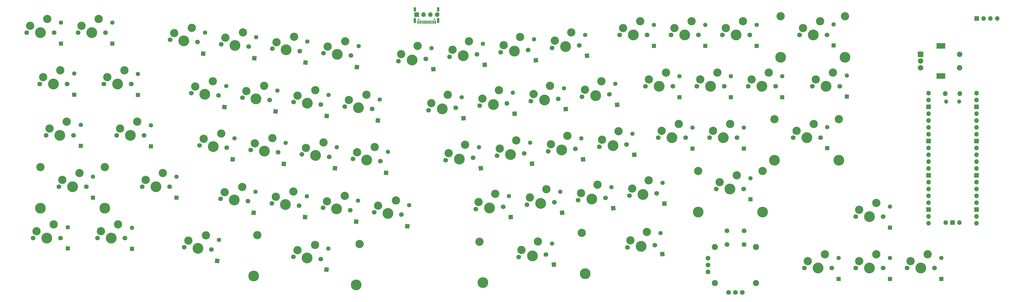
<source format=gbr>
%TF.GenerationSoftware,KiCad,Pcbnew,7.0.6*%
%TF.CreationDate,2023-09-01T00:55:25-07:00*%
%TF.ProjectId,alicida,616c6963-6964-4612-9e6b-696361645f70,rev?*%
%TF.SameCoordinates,Original*%
%TF.FileFunction,Soldermask,Top*%
%TF.FilePolarity,Negative*%
%FSLAX46Y46*%
G04 Gerber Fmt 4.6, Leading zero omitted, Abs format (unit mm)*
G04 Created by KiCad (PCBNEW 7.0.6) date 2023-09-01 00:55:25*
%MOMM*%
%LPD*%
G01*
G04 APERTURE LIST*
G04 Aperture macros list*
%AMRotRect*
0 Rectangle, with rotation*
0 The origin of the aperture is its center*
0 $1 length*
0 $2 width*
0 $3 Rotation angle, in degrees counterclockwise*
0 Add horizontal line*
21,1,$1,$2,0,0,$3*%
G04 Aperture macros list end*
%ADD10C,3.048000*%
%ADD11C,3.987800*%
%ADD12C,1.750000*%
%ADD13C,3.050000*%
%ADD14C,4.000000*%
%ADD15RotRect,1.600000X1.600000X275.000000*%
%ADD16C,1.600000*%
%ADD17RotRect,1.600000X1.600000X265.000000*%
%ADD18R,1.600000X1.600000*%
%ADD19R,1.700000X1.700000*%
%ADD20O,1.700000X1.700000*%
%ADD21C,1.778000*%
%ADD22C,2.286000*%
%ADD23C,0.600000*%
%ADD24R,0.600000X1.160000*%
%ADD25R,0.300000X1.160000*%
%ADD26O,0.900000X2.000000*%
%ADD27O,0.900000X1.700000*%
%ADD28R,2.000000X2.000000*%
%ADD29C,2.000000*%
%ADD30R,3.200000X2.000000*%
%ADD31O,1.800000X1.800000*%
%ADD32O,1.500000X1.500000*%
%ADD33RotRect,1.600000X1.600000X95.000000*%
%ADD34RotRect,1.600000X1.600000X85.000000*%
G04 APERTURE END LIST*
D10*
%TO.C,REF\u002A\u002A*%
X125647141Y-189268548D03*
D11*
X124321502Y-204420669D03*
D10*
X163602159Y-192589182D03*
D11*
X162276520Y-207741303D03*
%TD*%
D12*
%TO.C,K_DOT*%
X263613879Y-174683002D03*
D13*
X264657671Y-172041980D03*
D14*
X268674548Y-174240251D03*
D13*
X270762131Y-168958206D03*
D12*
X273735217Y-173797500D03*
D15*
X276600352Y-177632380D03*
D16*
X275920537Y-169862061D03*
%TD*%
D12*
%TO.C,K_I*%
X227082604Y-139633539D03*
D13*
X228126396Y-136992517D03*
D14*
X232143273Y-139190788D03*
D13*
X234230856Y-133908743D03*
D12*
X237203942Y-138748037D03*
D15*
X240069077Y-142582917D03*
D16*
X239389262Y-134812598D03*
%TD*%
D12*
%TO.C,K_S*%
X104223869Y-156014847D03*
D13*
X105710412Y-153595200D03*
D14*
X109284538Y-156457598D03*
D13*
X112257624Y-151618304D03*
D12*
X114345207Y-156900349D03*
D17*
X116500894Y-161174494D03*
D16*
X117180709Y-153404175D03*
%TD*%
D12*
%TO.C,REF\u002A\u002A*%
X222578167Y-197406018D03*
D13*
X223621959Y-194764996D03*
D14*
X227638836Y-196963267D03*
D13*
X229726419Y-191681222D03*
D12*
X232699505Y-196520516D03*
%TD*%
%TO.C,K_`*%
X40145925Y-114223103D03*
D13*
X41415925Y-111683103D03*
D14*
X45225925Y-114223103D03*
D13*
X47765925Y-109143103D03*
D12*
X50305925Y-114223103D03*
D18*
X52825925Y-118293103D03*
D16*
X52825925Y-110493103D03*
%TD*%
D12*
%TO.C,K_CBRAC*%
X288609125Y-134102709D03*
D13*
X289879125Y-131562709D03*
D14*
X293689125Y-134102709D03*
D13*
X296229125Y-129022709D03*
D12*
X298769125Y-134102709D03*
D18*
X301289125Y-138172709D03*
D16*
X301289125Y-130372709D03*
%TD*%
D12*
%TO.C,K_V*%
X150007324Y-179143148D03*
D13*
X151493867Y-176723501D03*
D14*
X155067993Y-179585899D03*
D13*
X158041079Y-174746605D03*
D12*
X160128662Y-180028650D03*
D17*
X162284349Y-184302795D03*
D16*
X162964164Y-176532476D03*
%TD*%
D12*
%TO.C,K_UP*%
X347541625Y-182412709D03*
D13*
X348811625Y-179872709D03*
D14*
X352621625Y-182412709D03*
D13*
X355161625Y-177332709D03*
D12*
X357701625Y-182412709D03*
D18*
X360221625Y-186482709D03*
D16*
X360221625Y-178682709D03*
%TD*%
D12*
%TO.C,K_Z*%
X83008425Y-171373103D03*
D13*
X84278425Y-168833103D03*
D14*
X88088425Y-171373103D03*
D13*
X90628425Y-166293103D03*
D12*
X93168425Y-171373103D03*
D18*
X95688425Y-175443103D03*
D16*
X95688425Y-167643103D03*
%TD*%
D12*
%TO.C,K_H*%
X195532279Y-161516602D03*
D13*
X196576071Y-158875580D03*
D14*
X200592948Y-161073851D03*
D13*
X202680531Y-155791806D03*
D12*
X205653617Y-160631100D03*
D15*
X208518752Y-164465980D03*
D16*
X207838937Y-156695661D03*
%TD*%
D12*
%TO.C,K_9*%
X234911042Y-119825871D03*
D13*
X235954834Y-117184849D03*
D14*
X239971711Y-119383120D03*
D13*
X242059294Y-114101075D03*
D12*
X245032380Y-118940369D03*
D15*
X247897515Y-122775249D03*
D16*
X247217700Y-115004930D03*
%TD*%
D12*
%TO.C,K_DOWN*%
X347541625Y-201462709D03*
D13*
X348811625Y-198922709D03*
D14*
X352621625Y-201462709D03*
D13*
X355161625Y-196382709D03*
D12*
X357701625Y-201462709D03*
D18*
X360221625Y-205532709D03*
D16*
X360221625Y-197732709D03*
%TD*%
D12*
%TO.C,K_L*%
X252464807Y-156535651D03*
D13*
X253508599Y-153894629D03*
D14*
X257525476Y-156092900D03*
D13*
X259613059Y-150810855D03*
D12*
X262586145Y-155650149D03*
D15*
X265451280Y-159485029D03*
D16*
X264771465Y-151714710D03*
%TD*%
D12*
%TO.C,K_Y*%
X189127586Y-142954172D03*
D13*
X190171378Y-140313150D03*
D14*
X194188255Y-142511421D03*
D13*
X196275838Y-137229376D03*
D12*
X199248924Y-142068670D03*
D15*
X202114059Y-145903550D03*
D16*
X201434244Y-138133231D03*
%TD*%
D12*
%TO.C,K_WIN*%
X66359675Y-190423103D03*
D13*
X67629675Y-187883103D03*
D14*
X71439675Y-190423103D03*
D13*
X73979675Y-185343103D03*
D12*
X76519675Y-190423103D03*
%TD*%
%TO.C,K_0*%
X260034125Y-115052709D03*
D13*
X261304125Y-112512709D03*
D14*
X265114125Y-115052709D03*
D13*
X267654125Y-109972709D03*
D12*
X270194125Y-115052709D03*
D18*
X272714125Y-119122709D03*
D16*
X272714125Y-111322709D03*
%TD*%
D10*
%TO.C,REF\u002A\u002A*%
X45187425Y-164083103D03*
D11*
X45187425Y-179293103D03*
D10*
X69063425Y-164083103D03*
D11*
X69063425Y-179293103D03*
%TD*%
D12*
%TO.C,K_LEFT*%
X328491625Y-201462709D03*
D13*
X329761625Y-198922709D03*
D14*
X333571625Y-201462709D03*
D13*
X336111625Y-196382709D03*
D12*
X338651625Y-201462709D03*
D18*
X341171625Y-205532709D03*
D16*
X341171625Y-197732709D03*
%TD*%
D12*
%TO.C,K_1*%
X59195925Y-114223103D03*
D13*
X60465925Y-111683103D03*
D14*
X64275925Y-114223103D03*
D13*
X66815925Y-109143103D03*
D12*
X69355925Y-114223103D03*
D18*
X71875925Y-118293103D03*
D16*
X71875925Y-110493103D03*
%TD*%
D12*
%TO.C,K_F*%
X142178887Y-159335481D03*
D13*
X143665430Y-156915834D03*
D14*
X147239556Y-159778232D03*
D13*
X150212642Y-154938938D03*
D12*
X152300225Y-160220983D03*
D17*
X154455912Y-164495128D03*
D16*
X155135727Y-156724809D03*
%TD*%
D12*
%TO.C,K_D*%
X123201378Y-157675164D03*
D13*
X124687921Y-155255517D03*
D14*
X128262047Y-158117915D03*
D13*
X131235133Y-153278621D03*
D12*
X133322716Y-158560666D03*
D17*
X135478403Y-162834811D03*
D16*
X136158218Y-155064492D03*
%TD*%
D10*
%TO.C,REF\u002A\u002A*%
X317395625Y-146302709D03*
D11*
X317395625Y-161512709D03*
D10*
X341271625Y-146302709D03*
D11*
X341271625Y-161512709D03*
%TD*%
D12*
%TO.C,K_CAPS*%
X47309675Y-152323103D03*
D13*
X48579675Y-149783103D03*
D14*
X52389675Y-152323103D03*
D13*
X54929675Y-147243103D03*
D12*
X57469675Y-152323103D03*
%TD*%
%TO.C,K_G*%
X161156396Y-160995797D03*
D13*
X162642939Y-158576150D03*
D14*
X166217065Y-161438548D03*
D13*
X169190151Y-156599254D03*
D12*
X171277734Y-161881299D03*
D17*
X173433421Y-166155444D03*
D16*
X174113236Y-158385125D03*
%TD*%
D12*
%TO.C,K_U*%
X208105095Y-141293856D03*
D13*
X209148887Y-138652834D03*
D14*
X213165764Y-140851105D03*
D13*
X215253347Y-135569060D03*
D12*
X218226433Y-140408354D03*
D15*
X221091568Y-144243234D03*
D16*
X220411753Y-136472915D03*
%TD*%
D12*
%TO.C,K_A*%
X73483425Y-152323103D03*
D13*
X74753425Y-149783103D03*
D14*
X78563425Y-152323103D03*
D13*
X81103425Y-147243103D03*
D12*
X83643425Y-152323103D03*
D18*
X86163425Y-156393103D03*
D16*
X86163425Y-148593103D03*
%TD*%
D19*
%TO.C,REF\u002A\u002A*%
X184767347Y-107533966D03*
D20*
X187307347Y-107533966D03*
X189847347Y-107533966D03*
X192387347Y-107533966D03*
%TD*%
D12*
%TO.C,K_MINUS*%
X279084125Y-115052709D03*
D13*
X280354125Y-112512709D03*
D14*
X284164125Y-115052709D03*
D13*
X286704125Y-109972709D03*
D12*
X289244125Y-115052709D03*
D18*
X291764125Y-119122709D03*
D16*
X291764125Y-111322709D03*
%TD*%
D12*
%TO.C,REF\u002A\u002A*%
X139039935Y-197336508D03*
D13*
X140526478Y-194916861D03*
D14*
X144100604Y-197779259D03*
D13*
X147073690Y-192939966D03*
D12*
X149161273Y-198222010D03*
%TD*%
D21*
%TO.C,REF\u002A\u002A*%
X299796625Y-187682709D03*
X306146625Y-187682709D03*
X299796625Y-192762709D03*
X306146625Y-192762709D03*
X300431625Y-210542709D03*
X302971625Y-210542709D03*
X305511625Y-210542709D03*
D22*
X295351625Y-193715209D03*
X295351625Y-207050209D03*
X310591625Y-207050209D03*
X310591625Y-193715209D03*
D21*
X292811625Y-197842709D03*
X292811625Y-200382709D03*
X292811625Y-202922709D03*
%TD*%
D12*
%TO.C,K_P*%
X269559125Y-134102709D03*
D13*
X270829125Y-131562709D03*
D14*
X274639125Y-134102709D03*
D13*
X277179125Y-129022709D03*
D12*
X279719125Y-134102709D03*
D18*
X282239125Y-138172709D03*
D16*
X282239125Y-130372709D03*
%TD*%
D10*
%TO.C,REF\u002A\u002A*%
X289105625Y-165502709D03*
D11*
X289105625Y-180712709D03*
D10*
X312981625Y-165502709D03*
D11*
X312981625Y-180712709D03*
%TD*%
D10*
%TO.C,REF\u002A\u002A*%
X319743625Y-108107709D03*
D11*
X319743625Y-123317709D03*
D10*
X343619625Y-108107709D03*
D11*
X343619625Y-123317709D03*
%TD*%
D12*
%TO.C,K_SHIFT*%
X52072175Y-171373103D03*
D13*
X53342175Y-168833103D03*
D14*
X57152175Y-171373103D03*
D13*
X59692175Y-166293103D03*
D12*
X62232175Y-171373103D03*
%TD*%
%TO.C,K_ALT1*%
X262921931Y-193866307D03*
D13*
X263965723Y-191225285D03*
D14*
X267982600Y-193423556D03*
D13*
X270070183Y-188141511D03*
D12*
X273043269Y-192980805D03*
%TD*%
%TO.C,K_W*%
X101139809Y-136622259D03*
D13*
X102626352Y-134202612D03*
D14*
X106200478Y-137065010D03*
D13*
X109173564Y-132225716D03*
D12*
X111261147Y-137507761D03*
D17*
X113416834Y-141781906D03*
D16*
X114096649Y-134011587D03*
%TD*%
D12*
%TO.C,K_2*%
X93311371Y-116814592D03*
D13*
X94797914Y-114394945D03*
D14*
X98372040Y-117257343D03*
D13*
X101345126Y-112418049D03*
D12*
X103432709Y-117700094D03*
D17*
X105588396Y-121974239D03*
D16*
X106268211Y-114203920D03*
%TD*%
D12*
%TO.C,K_SHIFT1*%
X295849625Y-172192709D03*
D13*
X297119625Y-169652709D03*
D14*
X300929625Y-172192709D03*
D13*
X303469625Y-167112709D03*
D12*
X306009625Y-172192709D03*
%TD*%
D10*
%TO.C,REF\u002A\u002A*%
X207987852Y-191786263D03*
D11*
X209313491Y-206938384D03*
D10*
X245942870Y-188465629D03*
D11*
X247268509Y-203617750D03*
%TD*%
D12*
%TO.C,K_B*%
X168984833Y-180803465D03*
D13*
X170471376Y-178383818D03*
D14*
X174045502Y-181246216D03*
D13*
X177018588Y-176406922D03*
D12*
X179106171Y-181688967D03*
D17*
X181261858Y-185963112D03*
D16*
X181941673Y-178192793D03*
%TD*%
D12*
%TO.C,K_3*%
X112288881Y-118474908D03*
D13*
X113775424Y-116055261D03*
D14*
X117349550Y-118917659D03*
D13*
X120322636Y-114078365D03*
D12*
X122410219Y-119360410D03*
D17*
X124565906Y-123634555D03*
D16*
X125245721Y-115864236D03*
%TD*%
D12*
%TO.C,K_M*%
X225658860Y-178003636D03*
D13*
X226702652Y-175362614D03*
D14*
X230719529Y-177560885D03*
D13*
X232807112Y-172278840D03*
D12*
X235780198Y-177118134D03*
D15*
X238645333Y-180953014D03*
D16*
X237965518Y-173182695D03*
%TD*%
D12*
%TO.C,K_8*%
X215933533Y-121486188D03*
D13*
X216977325Y-118845166D03*
D14*
X220994202Y-121043437D03*
D13*
X223081785Y-115761392D03*
D12*
X226054871Y-120600686D03*
D15*
X228920006Y-124435566D03*
D16*
X228240191Y-116665247D03*
%TD*%
D12*
%TO.C,K_SEMIC*%
X274321625Y-153152709D03*
D13*
X275591625Y-150612709D03*
D14*
X279401625Y-153152709D03*
D13*
X281941625Y-148072709D03*
D12*
X284481625Y-153152709D03*
D18*
X287001625Y-157222709D03*
D16*
X287001625Y-149422709D03*
%TD*%
D23*
%TO.C,REF\u002A\u002A*%
X191309270Y-109265360D03*
X185529270Y-109265360D03*
D24*
X191619270Y-110325360D03*
X190819270Y-110325360D03*
D25*
X189669270Y-110325360D03*
X188669270Y-110325360D03*
X188169270Y-110325360D03*
X187169270Y-110325360D03*
D24*
X186019270Y-110325360D03*
X185219270Y-110325360D03*
X185219270Y-110325360D03*
X186019270Y-110325360D03*
D25*
X186669270Y-110325360D03*
X187669270Y-110325360D03*
X189169270Y-110325360D03*
X190169270Y-110325360D03*
D24*
X190819270Y-110325360D03*
X191619270Y-110325360D03*
D26*
X192739270Y-109745360D03*
D27*
X192739270Y-105575360D03*
D26*
X184099270Y-109745360D03*
D27*
X184099270Y-105575360D03*
%TD*%
D12*
%TO.C,K_COMMA*%
X244636370Y-176343319D03*
D13*
X245680162Y-173702297D03*
D14*
X249697039Y-175900568D03*
D13*
X251784622Y-170618523D03*
D12*
X254757708Y-175457817D03*
D15*
X257622843Y-179292697D03*
D16*
X256943028Y-171522378D03*
%TD*%
D12*
%TO.C,K_O*%
X246060113Y-137973222D03*
D13*
X247103905Y-135332200D03*
D14*
X251120782Y-137530471D03*
D13*
X253208365Y-132248426D03*
D12*
X256181451Y-137087720D03*
D15*
X259046586Y-140922600D03*
D16*
X258366771Y-133152281D03*
%TD*%
D12*
%TO.C,K_7*%
X196956023Y-123146505D03*
D13*
X197999815Y-120505483D03*
D14*
X202016692Y-122703754D03*
D13*
X204104275Y-117421709D03*
D12*
X207077361Y-122261003D03*
D15*
X209942496Y-126095883D03*
D16*
X209262681Y-118325564D03*
%TD*%
D19*
%TO.C,REF\u002A\u002A*%
X392443344Y-108936160D03*
D20*
X394983344Y-108936160D03*
X397523344Y-108936160D03*
X400063344Y-108936160D03*
%TD*%
D12*
%TO.C,K_K*%
X233487297Y-158195968D03*
D13*
X234531089Y-155554946D03*
D14*
X238547966Y-157753217D03*
D13*
X240635549Y-152471172D03*
D12*
X243608635Y-157310466D03*
D15*
X246473770Y-161145346D03*
D16*
X245793955Y-153375027D03*
%TD*%
D12*
%TO.C,K_E*%
X120117317Y-138282575D03*
D13*
X121603860Y-135862928D03*
D14*
X125177986Y-138725326D03*
D13*
X128151072Y-133886032D03*
D12*
X130238655Y-139168077D03*
D17*
X132394342Y-143442222D03*
D16*
X133074157Y-135671903D03*
%TD*%
D12*
%TO.C,K_BACKSPACE*%
X326729125Y-115052709D03*
D13*
X327999125Y-112512709D03*
D14*
X331809125Y-115052709D03*
D13*
X334349125Y-109972709D03*
D12*
X336889125Y-115052709D03*
%TD*%
%TO.C,K_BSLSH*%
X331491625Y-134102709D03*
D13*
X332761625Y-131562709D03*
D14*
X336571625Y-134102709D03*
D13*
X339111625Y-129022709D03*
D12*
X341651625Y-134102709D03*
%TD*%
%TO.C,K_OBRAC*%
X307659125Y-134102709D03*
D13*
X308929125Y-131562709D03*
D14*
X312739125Y-134102709D03*
D13*
X315279125Y-129022709D03*
D12*
X317819125Y-134102709D03*
D18*
X320339125Y-138172709D03*
D16*
X320339125Y-130372709D03*
%TD*%
D12*
%TO.C,K_J*%
X214509789Y-159856284D03*
D13*
X215553581Y-157215262D03*
D14*
X219570458Y-159413533D03*
D13*
X221658041Y-154131488D03*
D12*
X224631127Y-158970782D03*
D15*
X227496262Y-162805662D03*
D16*
X226816447Y-155035343D03*
%TD*%
D12*
%TO.C,K_5*%
X150243899Y-121795542D03*
D13*
X151730442Y-119375895D03*
D14*
X155304568Y-122238293D03*
D13*
X158277654Y-117398999D03*
D12*
X160365237Y-122681044D03*
D17*
X162520924Y-126955189D03*
D16*
X163200739Y-119184870D03*
%TD*%
D12*
%TO.C,K_R*%
X139094826Y-139942892D03*
D13*
X140581369Y-137523245D03*
D14*
X144155495Y-140385643D03*
D13*
X147128581Y-135546349D03*
D12*
X149216164Y-140828394D03*
D17*
X151371851Y-145102539D03*
D16*
X152051666Y-137332220D03*
%TD*%
D12*
%TO.C,K_CTRL*%
X42547175Y-190423103D03*
D13*
X43817175Y-187883103D03*
D14*
X47627175Y-190423103D03*
D13*
X50167175Y-185343103D03*
D12*
X52707175Y-190423103D03*
%TD*%
%TO.C,K_QUOTE*%
X293371625Y-153152709D03*
D13*
X294641625Y-150612709D03*
D14*
X298451625Y-153152709D03*
D13*
X300991625Y-148072709D03*
D12*
X303531625Y-153152709D03*
D18*
X306051625Y-157222709D03*
D16*
X306051625Y-149422709D03*
%TD*%
D12*
%TO.C,K_6*%
X177978514Y-124806822D03*
D13*
X179022306Y-122165800D03*
D14*
X183039183Y-124364071D03*
D13*
X185126766Y-119082026D03*
D12*
X188099852Y-123921320D03*
D15*
X190964987Y-127756200D03*
D16*
X190285172Y-119985881D03*
%TD*%
D12*
%TO.C,K_N*%
X206681351Y-179663952D03*
D13*
X207725143Y-177022930D03*
D14*
X211742020Y-179221201D03*
D13*
X213829603Y-173939156D03*
D12*
X216802689Y-178778450D03*
D15*
X219667824Y-182613330D03*
D16*
X218988009Y-174843011D03*
%TD*%
D12*
%TO.C,K_X*%
X112052307Y-175822514D03*
D13*
X113538850Y-173402867D03*
D14*
X117112976Y-176265265D03*
D13*
X120086062Y-171425971D03*
D12*
X122173645Y-176708016D03*
D17*
X124329332Y-180982161D03*
D16*
X125009147Y-173211842D03*
%TD*%
D12*
%TO.C,K_EQUAL*%
X298134125Y-115052709D03*
D13*
X299404125Y-112512709D03*
D14*
X303214125Y-115052709D03*
D13*
X305754125Y-109972709D03*
D12*
X308294125Y-115052709D03*
D18*
X310814125Y-119122709D03*
D16*
X310814125Y-111322709D03*
%TD*%
D12*
%TO.C,K_ENTER*%
X324347875Y-153152709D03*
D13*
X325617875Y-150612709D03*
D14*
X329427875Y-153152709D03*
D13*
X331967875Y-148072709D03*
D12*
X334507875Y-153152709D03*
%TD*%
D28*
%TO.C,REF\u002A\u002A*%
X371600533Y-122207056D03*
D29*
X371600533Y-127207056D03*
X371600533Y-124707056D03*
D30*
X379100533Y-119107056D03*
X379100533Y-130307056D03*
D29*
X386100533Y-127207056D03*
X386100533Y-122207056D03*
%TD*%
D12*
%TO.C,K_C*%
X131029816Y-177482831D03*
D13*
X132516359Y-175063184D03*
D14*
X136090485Y-177925582D03*
D13*
X139063571Y-173086288D03*
D12*
X141151154Y-178368333D03*
D17*
X143306841Y-182642478D03*
D16*
X143986656Y-174872159D03*
%TD*%
D12*
%TO.C,K_RIGHT*%
X366591625Y-201462709D03*
D13*
X367861625Y-198922709D03*
D14*
X371671625Y-201462709D03*
D13*
X374211625Y-196382709D03*
D12*
X376751625Y-201462709D03*
D18*
X379271625Y-205532709D03*
D16*
X379271625Y-197732709D03*
%TD*%
D12*
%TO.C,K_Q*%
X68720925Y-133273103D03*
D13*
X69990925Y-130733103D03*
D14*
X73800925Y-133273103D03*
D13*
X76340925Y-128193103D03*
D12*
X78880925Y-133273103D03*
D18*
X81400925Y-137343103D03*
D16*
X81400925Y-129543103D03*
%TD*%
D12*
%TO.C,K_T*%
X158072336Y-141603209D03*
D13*
X159558879Y-139183562D03*
D14*
X163133005Y-142045960D03*
D13*
X166106091Y-137206666D03*
D12*
X168193674Y-142488711D03*
D17*
X170349361Y-146762856D03*
D16*
X171029176Y-138992537D03*
%TD*%
D12*
%TO.C,K_ALT*%
X98550971Y-193764067D03*
D13*
X100037514Y-191344420D03*
D14*
X103611640Y-194206818D03*
D13*
X106584726Y-189367525D03*
D12*
X108672309Y-194649569D03*
%TD*%
%TO.C,K_TAB*%
X44928425Y-133273103D03*
D13*
X46198425Y-130733103D03*
D14*
X50008425Y-133273103D03*
D13*
X52548425Y-128193103D03*
D12*
X55088425Y-133273103D03*
%TD*%
%TO.C,K_4*%
X131266390Y-120135225D03*
D13*
X132752933Y-117715578D03*
D14*
X136327059Y-120577976D03*
D13*
X139300145Y-115738682D03*
D12*
X141387728Y-121020727D03*
D17*
X143543415Y-125294872D03*
D16*
X144223230Y-117524553D03*
%TD*%
D18*
%TO.C,REF\u002A\u002A*%
X55389907Y-194228312D03*
D16*
X55389907Y-186428312D03*
%TD*%
D18*
%TO.C,REF\u002A\u002A*%
X336971862Y-157018376D03*
D16*
X336971862Y-149218376D03*
%TD*%
D31*
%TO.C,REF\u002A\u002A*%
X386209586Y-136766081D03*
D32*
X385909586Y-139796081D03*
X381059586Y-139796081D03*
D31*
X380759586Y-136766081D03*
D20*
X392374586Y-136636081D03*
X392374586Y-139176081D03*
D19*
X392374586Y-141716081D03*
D20*
X392374586Y-144256081D03*
X392374586Y-146796081D03*
X392374586Y-149336081D03*
X392374586Y-151876081D03*
D19*
X392374586Y-154416081D03*
D20*
X392374586Y-156956081D03*
X392374586Y-159496081D03*
X392374586Y-162036081D03*
X392374586Y-164576081D03*
D19*
X392374586Y-167116081D03*
D20*
X392374586Y-169656081D03*
X392374586Y-172196081D03*
X392374586Y-174736081D03*
X392374586Y-177276081D03*
D19*
X392374586Y-179816081D03*
D20*
X392374586Y-182356081D03*
X392374586Y-184896081D03*
X374594586Y-184896081D03*
X374594586Y-182356081D03*
D19*
X374594586Y-179816081D03*
D20*
X374594586Y-177276081D03*
X374594586Y-174736081D03*
X374594586Y-172196081D03*
X374594586Y-169656081D03*
D19*
X374594586Y-167116081D03*
D20*
X374594586Y-164576081D03*
X374594586Y-162036081D03*
X374594586Y-159496081D03*
X374594586Y-156956081D03*
D19*
X374594586Y-154416081D03*
D20*
X374594586Y-151876081D03*
X374594586Y-149336081D03*
X374594586Y-146796081D03*
X374594586Y-144256081D03*
D19*
X374594586Y-141716081D03*
D20*
X374594586Y-139176081D03*
X374594586Y-136636081D03*
X386024586Y-184666081D03*
D19*
X383484586Y-184666081D03*
D20*
X380944586Y-184666081D03*
%TD*%
D18*
%TO.C,REF\u002A\u002A*%
X344279441Y-137939383D03*
D16*
X344279441Y-130139383D03*
%TD*%
D18*
%TO.C,REF\u002A\u002A*%
X57765201Y-137186245D03*
D16*
X57765201Y-129386245D03*
%TD*%
D18*
%TO.C,REF\u002A\u002A*%
X308530006Y-175981964D03*
D16*
X308530006Y-168181964D03*
%TD*%
D18*
%TO.C,REF\u002A\u002A*%
X60159656Y-156180666D03*
D16*
X60159656Y-148380666D03*
%TD*%
D33*
%TO.C,REF\u002A\u002A*%
X235608996Y-200233095D03*
D16*
X234929182Y-192462776D03*
%TD*%
D18*
%TO.C,REF\u002A\u002A*%
X79175880Y-194355170D03*
D16*
X79175880Y-186555170D03*
%TD*%
D18*
%TO.C,REF\u002A\u002A*%
X64697617Y-175431183D03*
D16*
X64697617Y-167631183D03*
%TD*%
D18*
%TO.C,REF\u002A\u002A*%
X339366058Y-118927342D03*
D16*
X339366058Y-111127342D03*
%TD*%
D34*
%TO.C,REF\u002A\u002A*%
X151282550Y-202074476D03*
D16*
X151962365Y-194304157D03*
%TD*%
D34*
%TO.C,REF\u002A\u002A*%
X110760767Y-198854267D03*
D16*
X111440582Y-191083948D03*
%TD*%
D33*
%TO.C,REF\u002A\u002A*%
X275889386Y-196280841D03*
D16*
X275209572Y-188510522D03*
%TD*%
M02*

</source>
